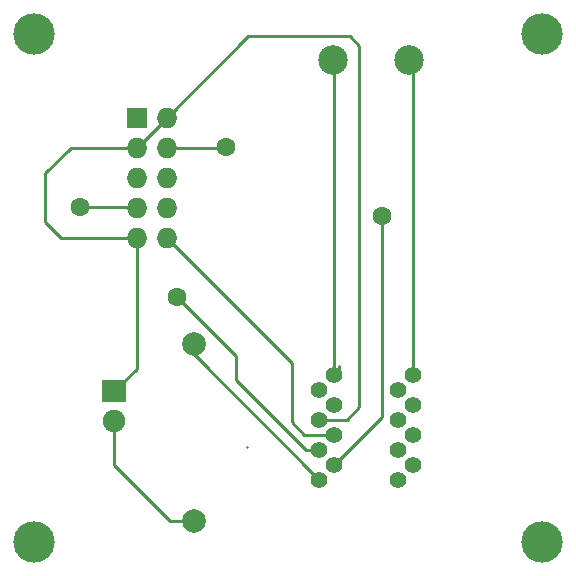
<source format=gbr>
G04 #@! TF.FileFunction,Copper,L2,Bot,Signal*
%FSLAX46Y46*%
G04 Gerber Fmt 4.6, Leading zero omitted, Abs format (unit mm)*
G04 Created by KiCad (PCBNEW (2015-06-01 BZR 5694)-product) date Wed 26 Aug 2015 08:29:44 AM PDT*
%MOMM*%
G01*
G04 APERTURE LIST*
%ADD10C,0.100000*%
%ADD11C,3.500000*%
%ADD12R,2.000000X1.900000*%
%ADD13C,1.900000*%
%ADD14R,1.727200X1.727200*%
%ADD15O,1.727200X1.727200*%
%ADD16C,1.998980*%
%ADD17C,2.500000*%
%ADD18C,1.400000*%
%ADD19C,1.600000*%
%ADD20C,0.250000*%
G04 APERTURE END LIST*
D10*
D11*
X155000000Y-123000000D03*
D12*
X118750000Y-110250000D03*
D13*
X118750000Y-112790000D03*
D14*
X120650000Y-87100000D03*
D15*
X123190000Y-87100000D03*
X120650000Y-89640000D03*
X123190000Y-89640000D03*
X120650000Y-92180000D03*
X123190000Y-92180000D03*
X120650000Y-94720000D03*
X123190000Y-94720000D03*
X120650000Y-97260000D03*
X123190000Y-97260000D03*
D16*
X125500000Y-121250000D03*
X125500000Y-106250000D03*
D17*
X137250000Y-82200000D03*
X143750000Y-82200000D03*
D18*
X137400000Y-108855000D03*
X136130000Y-110125000D03*
X137400000Y-111395000D03*
X136130000Y-112665000D03*
X137400000Y-113935000D03*
X136130000Y-115205000D03*
X137400000Y-116475000D03*
X136130000Y-117745000D03*
X144070000Y-108855000D03*
X142800000Y-110125000D03*
X144070000Y-111395000D03*
X142800000Y-112665000D03*
X144070000Y-113935000D03*
X142800000Y-115205000D03*
X144070000Y-116475000D03*
X142800000Y-117745000D03*
D11*
X112000000Y-123000000D03*
X112000000Y-80000000D03*
X155000000Y-80000000D03*
D19*
X141400000Y-95400000D03*
X128200000Y-89600000D03*
X115900000Y-94700000D03*
X124100000Y-102300000D03*
D20*
X130025000Y-114975000D02*
X130000000Y-115000000D01*
X120650000Y-89640000D02*
X120110000Y-89640000D01*
X123190000Y-87100000D02*
X120650000Y-89640000D01*
X138435000Y-112665000D02*
X139500000Y-111600000D01*
X139500000Y-111600000D02*
X139500000Y-81000000D01*
X139500000Y-81000000D02*
X138700000Y-80200000D01*
X138700000Y-80200000D02*
X130090000Y-80200000D01*
X130090000Y-80200000D02*
X123190000Y-87100000D01*
X136130000Y-112665000D02*
X138435000Y-112665000D01*
X120650000Y-108350000D02*
X120650000Y-97260000D01*
X118750000Y-110250000D02*
X120650000Y-108350000D01*
X114260000Y-97260000D02*
X112900000Y-95900000D01*
X112900000Y-95900000D02*
X112900000Y-91800000D01*
X112900000Y-91800000D02*
X115060000Y-89640000D01*
X115060000Y-89640000D02*
X120650000Y-89640000D01*
X120650000Y-97260000D02*
X114260000Y-97260000D01*
X125500000Y-121250000D02*
X123500000Y-121250000D01*
X118750000Y-116500000D02*
X118750000Y-112790000D01*
X123500000Y-121250000D02*
X118750000Y-116500000D01*
X141400000Y-112475000D02*
X141400000Y-95400000D01*
X128200000Y-89600000D02*
X128160000Y-89640000D01*
X128160000Y-89640000D02*
X123190000Y-89640000D01*
X137400000Y-116475000D02*
X141400000Y-112475000D01*
X120650000Y-94720000D02*
X120530000Y-94720000D01*
X120630000Y-94700000D02*
X120650000Y-94720000D01*
X135005000Y-115205000D02*
X136130000Y-115205000D01*
X129100000Y-107300000D02*
X124100000Y-102300000D01*
X129100000Y-109300000D02*
X129100000Y-107300000D01*
X135005000Y-115205000D02*
X129100000Y-109300000D01*
X120630000Y-94700000D02*
X115900000Y-94700000D01*
X134835000Y-113935000D02*
X133800000Y-112900000D01*
X133800000Y-112900000D02*
X133800000Y-107870000D01*
X133800000Y-107870000D02*
X123190000Y-97260000D01*
X137400000Y-113935000D02*
X134835000Y-113935000D01*
X137800000Y-108365000D02*
X137800000Y-108150000D01*
X137800000Y-108365000D02*
X137800000Y-108550000D01*
X137400000Y-82350000D02*
X137250000Y-82200000D01*
X137400000Y-108855000D02*
X137400000Y-82350000D01*
X125500000Y-107115000D02*
X125500000Y-106250000D01*
X136130000Y-117745000D02*
X125500000Y-107115000D01*
X144070000Y-82520000D02*
X143750000Y-82200000D01*
X144070000Y-108855000D02*
X144070000Y-82520000D01*
M02*

</source>
